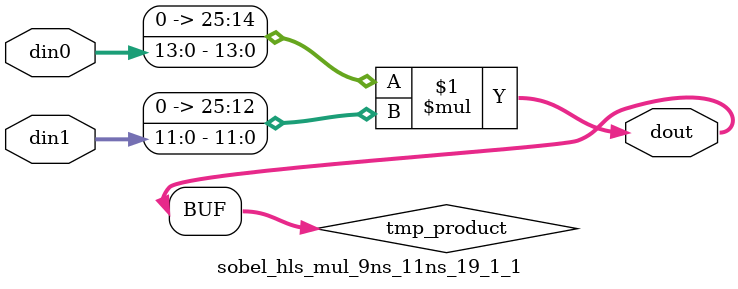
<source format=v>

`timescale 1 ns / 1 ps

  module sobel_hls_mul_9ns_11ns_19_1_1(din0, din1, dout);
parameter ID = 1;
parameter NUM_STAGE = 0;
parameter din0_WIDTH = 14;
parameter din1_WIDTH = 12;
parameter dout_WIDTH = 26;

input [din0_WIDTH - 1 : 0] din0; 
input [din1_WIDTH - 1 : 0] din1; 
output [dout_WIDTH - 1 : 0] dout;

wire signed [dout_WIDTH - 1 : 0] tmp_product;










assign tmp_product = $signed({1'b0, din0}) * $signed({1'b0, din1});











assign dout = tmp_product;







endmodule

</source>
